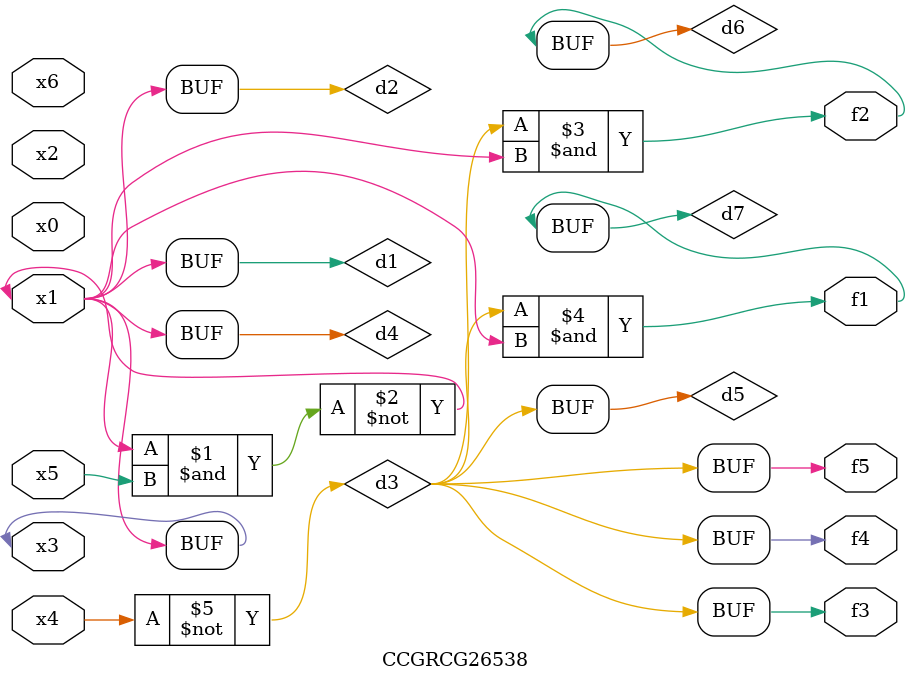
<source format=v>
module CCGRCG26538(
	input x0, x1, x2, x3, x4, x5, x6,
	output f1, f2, f3, f4, f5
);

	wire d1, d2, d3, d4, d5, d6, d7;

	buf (d1, x1, x3);
	nand (d2, x1, x5);
	not (d3, x4);
	buf (d4, d1, d2);
	buf (d5, d3);
	and (d6, d3, d4);
	and (d7, d3, d4);
	assign f1 = d7;
	assign f2 = d6;
	assign f3 = d5;
	assign f4 = d5;
	assign f5 = d5;
endmodule

</source>
